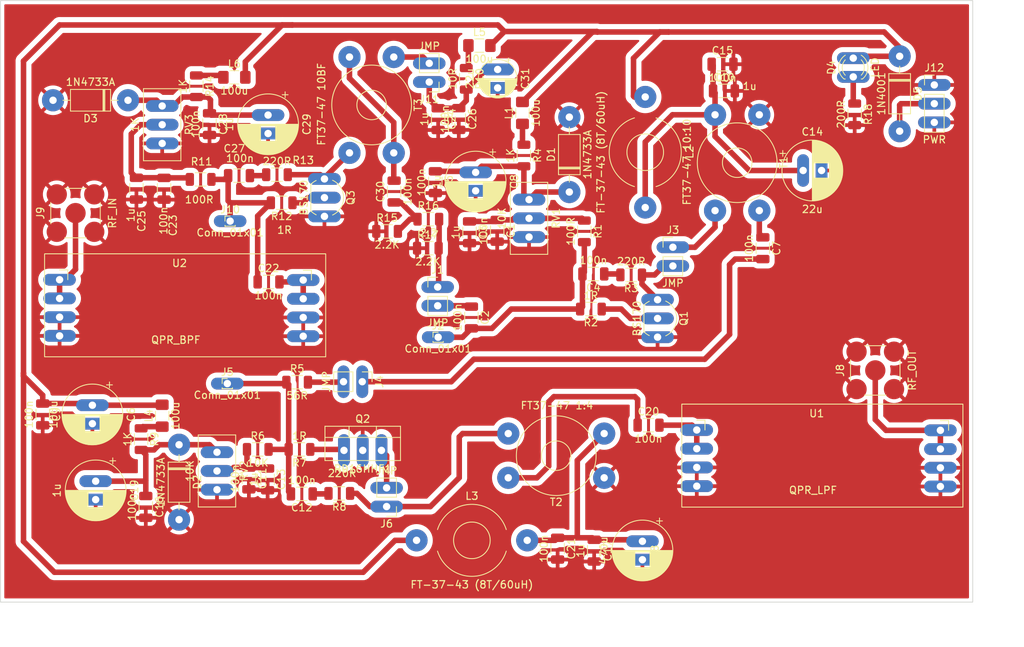
<source format=kicad_pcb>
(kicad_pcb (version 20211014) (generator pcbnew)
  (layers (0 "F.Cu" signal) (31 "B.Cu" signal) (34 "B.Paste" user) (35 "F.Paste" user) (36 "B.SilkS" user "B.Silkscreen") (37 "F.SilkS" user "F.Silkscreen") (38 "B.Mask" user) (39 "F.Mask" user) (44 "Edge.Cuts" user))
  (net 0 "")
  (net 1 "Net-(C1-Pad1)")
  (net 2 "GND")
  (net 3 "Net-(C2-Pad1)")
  (net 4 "Net-(C2-Pad2)")
  (net 5 "Net-(C4-Pad1)")
  (net 6 "TX12V")
  (net 7 "Net-(C5-Pad1)")
  (net 8 "Net-(C7-Pad1)")
  (net 9 "M1_12V")
  (net 10 "Net-(C7-Pad2)")
  (net 11 "Net-(C11-Pad1)")
  (net 12 "M2_12V")
  (net 13 "Net-(C12-Pad1)")
  (net 14 "Net-(C12-Pad2)")
  (net 15 "Net-(C20-Pad1)")
  (net 16 "Net-(C16-Pad1)")
  (net 17 "Net-(C22-Pad1)")
  (net 18 "Net-(C22-Pad2)")
  (net 19 "Net-(C20-Pad2)")
  (net 20 "Net-(C23-Pad1)")
  (net 21 "Q1_12V")
  (net 22 "Net-(C27-Pad1)")
  (net 23 "Net-(C28-Pad1)")
  (net 24 "Net-(C30-Pad1)")
  (net 25 "Net-(C30-Pad2)")
  (net 26 "Net-(D4-Pad1)")
  (net 27 "PA_IN")
  (net 28 "Net-(J3-Pad1)")
  (net 29 "Net-(J3-Pad2)")
  (net 30 "Net-(J4-Pad2)")
  (net 31 "Net-(J6-Pad1)")
  (net 32 "Net-(J6-Pad2)")
  (net 33 "Net-(D5-Pad2)")
  (net 34 "Net-(J8-Pad1)")
  (net 35 "Net-(J9-Pad1)")
  (net 36 "Net-(L5-Pad1)")
  (net 37 "Net-(J11-Pad2)")
  (net 38 "Net-(Q1-Pad2)")
  (net 39 "Net-(Q2-Pad1)")
  (net 40 "Net-(L1-Pad1)")
  (net 41 "Net-(L4-Pad1)")
  (net 42 "Net-(L6-Pad1)")
  (net 43 "Net-(Q3-Pad1)")
  (net 44 "Net-(Q3-Pad2)")
  (footprint "Resistor_SMD:R_1206_3216Metric" (layer "F.Cu") (at 50.3555 27.358849 -90)
    (fp_text reference "R14")
    (fp_text value "1K")
  )
  (footprint "Diode_THT:D_DO-41_SOD81_P10.16mm_Horizontal" (layer "F.Cu") (at 145.669 23.296849 -90)
    (fp_text reference "D5")
    (fp_text value "1N4001")
  )
  (footprint "Resistor_SMD:R_1206_3216Metric" (layer "F.Cu") (at 58.674 76.621)
    (fp_text reference "R6")
    (fp_text value "10K")
  )
  (footprint "Connector_PinHeader_2.54mm:PinHeader_1x02_P2.54mm_Vertical" (layer "F.Cu") (at 76.1365 84.373 180)
    (fp_text reference "J6")
    (fp_text value "JMP")
  )
  (footprint "Inductor_SMD:L_1206_3216Metric_Pad1.42x1.75mm_HandSolder" (layer "F.Cu") (at 88.7095 21.844)
    (fp_text reference "L5")
    (fp_text value "100u")
  )
  (footprint "Capacitor_THT:CP_Radial_D8.0mm_P2.50mm" (layer "F.Cu") (at 88.2015 39.042849 -90)
    (fp_text reference "C8")
    (fp_text value "1u")
  )
  (footprint "Resistor_SMD:R_1206_3216Metric" (layer "F.Cu") (at 81.7245 49.329849)
    (fp_text reference "R17")
    (fp_text value "2.2K")
  )
  (footprint "Resistor_SMD:R_1206_3216Metric" (layer "F.Cu") (at 103.8245 57.584849 180)
    (fp_text reference "R2")
    (fp_text value "1R")
  )
  (footprint "Connector_PinHeader_2.54mm:PinHeader_1x02_P2.54mm_Vertical" (layer "F.Cu") (at 81.915 26.792349 180)
    (fp_text reference "J11")
    (fp_text value "JMP")
  )
  (footprint "Resistor_SMD:R_1206_3216Metric" (layer "F.Cu") (at 94.742 36.756849 -90)
    (fp_text reference "R4")
    (fp_text value "1K")
  )
  (footprint "Connector_Coaxial:SMA_Amphenol_901-144_Vertical" (layer "F.Cu") (at 142.367 65.903349 90)
    (fp_text reference "J8")
    (fp_text value "RF_OUT")
  )
  (footprint "Capacitor_SMD:C_1206_3216Metric" (layer "F.Cu") (at 57.4675 80.558 -90)
    (fp_text reference "C11")
    (fp_text value "100n")
  )
  (footprint "Capacitor_SMD:C_1206_3216Metric" (layer "F.Cu") (at 121.666 24.374349)
    (fp_text reference "C15")
    (fp_text value "100n")
  )
  (footprint "Connector_PinHeader_2.54mm:PinHeader_1x02_P2.54mm_Vertical" (layer "F.Cu") (at 114.935 49.197849)
    (fp_text reference "J3")
    (fp_text value "JMP")
  )
  (footprint "Potentiometer_THT:Potentiometer_Bourns_3296W_Vertical" (layer "F.Cu") (at 45.72 35.115849 -90)
    (fp_text reference "RV3")
    (fp_text value "1K")
  )
  (footprint "Capacitor_SMD:C_1206_3216Metric" (layer "F.Cu") (at 104.267 90.350849 -90)
    (fp_text reference "C17")
    (fp_text value "1u")
  )
  (footprint "Capacitor_THT:CP_Radial_D8.0mm_P2.50mm" (layer "F.Cu") (at 60.071 31.272349 -90)
    (fp_text reference "C29")
    (fp_text value "1u")
  )
  (footprint "Capacitor_THT:CP_Radial_D8.0mm_P2.50mm" (layer "F.Cu") (at 110.8075 89.080849 -90)
    (fp_text reference "C18")
    (fp_text value "470u")
  )
  (footprint "Resistor_SMD:R_1206_3216Metric" (layer "F.Cu") (at 50.927 39.995349)
    (fp_text reference "R11")
    (fp_text value "100R")
  )
  (footprint "Capacitor_THT:CP_Radial_D5.0mm_P2.50mm" (layer "F.Cu") (at 91.186 25.083888 -90)
    (fp_text reference "C31")
    (fp_text value "22u")
  )
  (footprint "Inductor_SMD:L_1206_3216Metric_Pad1.42x1.75mm_HandSolder" (layer "F.Cu") (at 94.5515 30.978349 90)
    (fp_text reference "L1")
    (fp_text value "100u")
  )
  (footprint "Capacitor_SMD:C_1206_3216Metric" (layer "F.Cu") (at 99.314 90.082349 -90)
    (fp_text reference "C21")
    (fp_text value "100n")
  )
  (footprint "Potentiometer_THT:Potentiometer_Bourns_3296W_Vertical" (layer "F.Cu") (at 53.1495 82.082 -90)
    (fp_text reference "RV2")
    (fp_text value "10K")
  )
  (footprint "Connector_Coaxial:SMA_Amphenol_901-144_Vertical" (layer "F.Cu") (at 33.9725 44.567349 90)
    (fp_text reference "J9")
    (fp_text value "RF_IN")
  )
  (footprint "Capacitor_SMD:C_1206_3216Metric" (layer "F.Cu") (at 45.974 41.265349 -90)
    (fp_text reference "C23")
    (fp_text value "100n")
  )
  (footprint "Resistor_SMD:R_1206_3216Metric" (layer "F.Cu") (at 61.2775 39.360349 180)
    (fp_text reference "R13")
    (fp_text value "220R")
  )
  (footprint "Capacitor_SMD:C_1206_3216Metric" (layer "F.Cu") (at 52.1335 32.502349 -90)
    (fp_text reference "C28")
    (fp_text value "100n")
  )
  (footprint "Capacitor_SMD:C_1206_3216Metric" (layer "F.Cu") (at 85.9155 31.803849 -90)
    (fp_text reference "C26")
    (fp_text value "100n")
  )
  (footprint "Capacitor_SMD:C_1206_3216Metric" (layer "F.Cu") (at 87.376 47.170849 -90)
    (fp_text reference "C3")
    (fp_text value "1u")
  )
  (footprint "Capacitor_SMD:C_1206_3216Metric" (layer "F.Cu") (at 83.1215 31.818349 -90)
    (fp_text reference "C24")
    (fp_text value "1u")
  )
  (footprint "Custom_RF:TO-220-3" (layer "F.Cu") (at 70.358 76.754349)
    (fp_text reference "Q2")
    (fp_text value "RD16HHF1")
  )
  (footprint "Custom_RF:QRPLabs_Filter_TH" (layer "F.Cu") (at 41.9735 58.981849)
    (fp_text reference "U2")
    (fp_text value "QPR_BPF")
  )
  (footprint "Connector_PinHeader_1.00mm:PinHeader_1x01_P1.00mm_Vertical" (layer "F.Cu") (at 83.1215 61.4045)
    (fp_text reference "J2")
    (fp_text value "Conn_01x01")
  )
  (footprint "Connector_PinHeader_1.00mm:PinHeader_1x01_P1.00mm_Vertical" (layer "F.Cu") (at 54.5465 67.691)
    (fp_text reference "J5")
    (fp_text value "Conn_01x01")
  )
  (footprint "Potentiometer_THT:Potentiometer_Bourns_3296W_Vertical" (layer "F.Cu") (at 95.4405 47.815849 -90)
    (fp_text reference "RV1")
    (fp_text value "10K")
  )
  (footprint "Transformer_THT:Transformer_Toroid_Horizontal_D10.5mm_Amidon-T37" (layer "F.Cu") (at 105.6235 74.47 180)
    (fp_text reference "T2")
    (fp_text value "FT37-47 1:4")
  )
  (footprint "Inductor_SMD:L_1206_3216Metric_Pad1.42x1.75mm_HandSolder" (layer "F.Cu") (at 45.72 72.049 90)
    (fp_text reference "L4")
    (fp_text value "100u")
  )
  (footprint "LED_THT:LED_D3.0mm" (layer "F.Cu") (at 139.3825 26.090849 90)
    (fp_text reference "D4")
    (fp_text value "LED")
  )
  (footprint "Capacitor_SMD:C_1206_3216Metric" (layer "F.Cu") (at 87.63 58.727849 -90)
    (fp_text reference "C2")
    (fp_text value "100n")
  )
  (footprint "Capacitor_SMD:C_1206_3216Metric" (layer "F.Cu") (at 82.7405 40.376349 -90)
    (fp_text reference "C5")
    (fp_text value "100n")
  )
  (footprint "Resistor_SMD:R_1206_3216Metric" (layer "F.Cu") (at 139.573 31.170849 -90)
    (fp_text reference "R18")
    (fp_text value "200R")
  )
  (footprint "Package_TO_SOT_THT:TO-92_Inline_Wide" (layer "F.Cu") (at 67.712 39.931849 -90)
    (fp_text reference "Q3")
    (fp_text value "BS170")
  )
  (footprint "Capacitor_SMD:C_1206_3216Metric" (layer "F.Cu") (at 91.1225 46.965849 -90)
    (fp_text reference "C1")
    (fp_text value "100n")
  )
  (footprint "Connector_PinHeader_1.00mm:PinHeader_1x01_P1.00mm_Vertical" (layer "F.Cu") (at 54.9275 45.6565)
    (fp_text reference "J10")
    (fp_text value "Conn_01x01")
  )
  (footprint "Resistor_SMD:R_1206_3216Metric" (layer "F.Cu") (at 42.8625 75.224 -90)
    (fp_text reference "R9")
    (fp_text value "1K")
  )
  (footprint "Capacitor_THT:CP_Radial_D8.0mm_P2.50mm" (layer "F.Cu") (at 36.703 80.929349 -90)
    (fp_text reference "C19")
    (fp_text value "1u")
  )
  (footprint "Custom_RF:QRPLabs_Filter_TH" (layer "F.Cu") (at 128.3335 79.365349)
    (fp_text reference "U1")
    (fp_text value "QPR_LPF")
  )
  (footprint "Resistor_SMD:R_1206_3216Metric" (layer "F.Cu") (at 76.2 47.043849)
    (fp_text reference "R15")
    (fp_text value "2.2K")
  )
  (footprint "Capacitor_SMD:C_1206_3216Metric" (layer "F.Cu") (at 111.633 73.332849)
    (fp_text reference "C20")
    (fp_text value "100n")
  )
  (footprint "Capacitor_SMD:C_1206_3216Metric" (layer "F.Cu") (at 127.127 49.329849 -90)
    (fp_text reference "C7")
    (fp_text value "100n")
  )
  (footprint "Capacitor_SMD:C_1206_3216Metric" (layer "F.Cu") (at 42.2275 41.250849 -90)
    (fp_text reference "C25")
    (fp_text value "1u")
  )
  (footprint "Capacitor_SMD:C_1206_3216Metric" (layer "F.Cu") (at 121.8565 27.993849)
    (fp_text reference "C10")
    (fp_text value "1u")
  )
  (footprint "Diode_THT:D_DO-41_SOD81_P10.16mm_Horizontal" (layer "F.Cu") (at 48.006 75.986 -90)
    (fp_text reference "D2")
    (fp_text value "1N4733A")
  )
  (footprint "Resistor_SMD:R_1206_3216Metric" (layer "F.Cu") (at 64.01 67.5005)
    (fp_text reference "R5")
    (fp_text value "56R")
  )
  (footprint "Capacitor_SMD:C_1206_3216Metric" (layer "F.Cu") (at 77.1525 41.646349 90)
    (fp_text reference "C30")
    (fp_text value "100n")
  )
  (footprint "Resistor_SMD:R_1206_3216Metric" (layer "F.Cu") (at 64.3235 76.621 180)
    (fp_text reference "R7")
    (fp_text value "1R")
  )
  (footprint "Inductor_SMD:L_1206_3216Metric_Pad1.42x1.75mm_HandSolder" (layer "F.Cu") (at 55.499 26.152349)
    (fp_text reference "L6")
    (fp_text value "100u")
  )
  (footprint "Capacitor_SMD:C_1206_3216Metric" (layer "F.Cu") (at 56.134 39.487349 180)
    (fp_text reference "C27")
    (fp_text value "100n")
  )
  (footprint "Resistor_SMD:R_1206_3216Metric" (layer "F.Cu") (at 109.2835 52.949349 180)
    (fp_text reference "R3")
    (fp_text value "220R")
  )
  (footprint "Transformer_THT:Transformer_Toroid_Horizontal_D10.5mm_Amidon-T37" (layer "F.Cu") (at 120.65 31.232349 -90)
    (fp_text reference "T1")
    (fp_text value "FT37-47 10:10")
  )
  (footprint "Package_TO_SOT_THT:TO-92_Inline_Wide" (layer "F.Cu") (at 112.8605 56.314849 -90)
    (fp_text reference "Q1")
    (fp_text value "BS170")
  )
  (footprint "Resistor_SMD:R_1206_3216Metric" (layer "F.Cu") (at 61.9125 43.170349 180)
    (fp_text reference "R12")
    (fp_text value "1R")
  )
  (footprint "Transformer_THT:Transformer_Toroid_Horizontal_D10.5mm_Amidon-T37" (layer "F.Cu") (at 71.1045 23.398849 -90)
    (fp_text reference "T3")
    (fp_text value "FT37-47 10BF")
  )
  (footprint "Capacitor_SMD:C_1206_3216Metric" (layer "F.Cu") (at 60.1345 53.901849)
    (fp_text reference "C22")
    (fp_text value "100n")
  )
  (footprint "Capacitor_SMD:C_1206_3216Metric" (layer "F.Cu") (at 29.5275 71.872349 -90)
    (fp_text reference "C9")
    (fp_text value "100n")
  )
  (footprint "Capacitor_SMD:C_1206_3216Metric" (layer "F.Cu") (at 43.4975 84.417 -90)
    (fp_text reference "C16")
    (fp_text value "100n")
  )
  (footprint "Capacitor_SMD:C_1206_3216Metric" (layer "F.Cu") (at 60.0075 80.685 -90)
    (fp_text reference "C13")
    (fp_text value "1u")
  )
  (footprint "Connector_PinHeader_2.54mm:PinHeader_1x03_P2.54mm_Vertical" (layer "F.Cu") (at 150.368 27.185349)
    (fp_text reference "J12")
    (fp_text value "PWR")
  )
  (footprint "Resistor_SMD:R_1206_3216Metric" (layer "F.Cu") (at 69.723 82.59 180)
    (fp_text reference "R8")
    (fp_text value "220R")
  )
  (footprint "Capacitor_SMD:C_1206_3216Metric" (layer "F.Cu") (at 104.1545 52.822349 180)
    (fp_text reference "C4")
    (fp_text value "100n")
  )
  (footprint "Diode_THT:D_DO-41_SOD81_P10.16mm_Horizontal" (layer "F.Cu") (at 41.0845 29.263849 180)
    (fp_text reference "D3")
    (fp_text value "1N4733A")
  )
  (footprint "Connector_PinHeader_2.54mm:PinHeader_1x02_P2.54mm_Vertical" (layer "F.Cu") (at 83.058 54.595349)
    (fp_text reference "J1")
    (fp_text value "JMP")
  )
  (footprint "Resistor_SMD:R_1206_3216Metric" (layer "F.Cu") (at 86.9315 26.3525 -90)
    (fp_text reference "R10")
    (fp_text value "10R")
  )
  (footprint "Resistor_SMD:R_1206_3216Metric" (layer "F.Cu") (at 81.79 45.392849)
    (fp_text reference "R16")
    (fp_text value "2.2")
  )
  (footprint "Diode_THT:D_DO-41_SOD81_P10.16mm_Horizontal" (layer "F.Cu") (at 100.9015 41.709849 90)
    (fp_text reference "D1")
    (fp_text value "1N4733A")
  )
  (footprint "Resistor_SMD:R_1206_3216Metric" (layer "F.Cu") (at 102.9335 47.043849 -90)
    (fp_text reference "R1")
    (fp_text value "100R")
  )
  (footprint "Capacitor_THT:CP_Radial_D8.0mm_P2.50mm" (layer "F.Cu") (at 36.2585 70.6285 -90)
    (fp_text reference "C6")
    (fp_text value "100u")
  )
  (footprint "Inductor_THT:L_Toroid_Horizontal_D9.5mm_P15.00mm_Diameter10-5mm_Amidon-T37" (layer "F.Cu") (at 111.1885 28.812349 -90)
    (fp_text reference "L2")
    (fp_text value "FT-37-43 (8T/60uH)")
  )
  (footprint "Connector_PinHeader_2.54mm:PinHeader_1x02_P2.54mm_Vertical" (layer "F.Cu") (at 72.8345 67.437 -90)
    (fp_text reference "J4")
    (fp_text value "JMP")
  )
  (footprint "Capacitor_SMD:C_1206_3216Metric" (layer "F.Cu") (at 64.643 82.6535 180)
    (fp_text reference "C12")
    (fp_text value "100n")
  )
  (footprint "Inductor_THT:L_Toroid_Horizontal_D9.5mm_P15.00mm_Diameter10-5mm_Amidon-T37" (layer "F.Cu") (at 80.1935 88.953849)
    (fp_text reference "L3")
    (fp_text value "FT-37-43 (8T/60uH)")
  )
  (footprint "Capacitor_THT:CP_Radial_D8.0mm_P2.50mm" (layer "F.Cu") (at 132.588 38.788849)
    (fp_text reference "C14")
    (fp_text value "22u")
  )
  (gr_rect (start 155.575 97.335849) (end 23.8125 15.738349) (layer "Edge.Cuts") (width 0.1) (fill none))
  (segment (start 90.9175 45.695849) (end 91.1225 45.490849) (width 0.75) (layer "F.Cu") (net 1))
  (segment (start 102.628 45.275849) (end 102.9335 45.581349) (width 0.75) (layer "F.Cu") (net 1))
  (segment (start 91.1225 45.490849) (end 93.193151 45.490849) (width 0.75) (layer "F.Cu") (net 1))
  (segment (start 95.4405 45.275849) (end 102.628 45.275849) (width 0.75) (layer "F.Cu") (net 1))
  (segment (start 87.376 45.695849) (end 90.9175 45.695849) (width 0.75) (layer "F.Cu") (net 1))
  (segment (start 93.193151 45.490849) (end 93.408151 45.275849) (width 0.75) (layer "F.Cu") (net 1))
  (segment (start 93.408151 45.275849) (end 95.4405 45.275849) (width 0.75) (layer "F.Cu") (net 1))
  (segment (start 83.058 57.135349) (end 87.5125 57.135349) (width 0.75) (layer "F.Cu") (net 3))
  (segment (start 87.5125 57.135349) (end 87.63 57.252849) (width 0.75) (layer "F.Cu") (net 3))
  (segment (start 93.037151 57.584849) (end 102.362 57.584849) (width 0.75) (layer "F.Cu") (net 4))
  (segment (start 102.9335 48.506349) (end 102.9335 52.568349) (width 0.75) (layer "F.Cu") (net 4))
  (segment (start 83.1215 61.4045) (end 86.428349 61.4045) (width 0.75) (layer "F.Cu") (net 4))
  (segment (start 102.6795 57.267349) (end 102.362 57.584849) (width 0.75) (layer "F.Cu") (net 4))
  (segment (start 86.428349 61.4045) (end 87.63 60.202849) (width 0.75) (layer "F.Cu") (net 4))
  (segment (start 102.6795 52.822349) (end 102.6795 57.267349) (width 0.75) (layer "F.Cu") (net 4))
  (segment (start 90.419151 60.202849) (end 93.037151 57.584849) (width 0.75) (layer "F.Cu") (net 4))
  (segment (start 87.63 60.202849) (end 90.419151 60.202849) (width 0.75) (layer "F.Cu") (net 4))
  (segment (start 102.9335 52.568349) (end 102.6795 52.822349) (width 0.75) (layer "F.Cu") (net 4))
  (segment (start 107.694 52.822349) (end 107.821 52.949349) (width 0.75) (layer "F.Cu") (net 5))
  (segment (start 105.6295 52.822349) (end 107.694 52.822349) (width 0.75) (layer "F.Cu") (net 5))
  (segment (start 94.5515 29.490849) (end 104.039849 20.0025) (width 0.75) (layer "F.Cu") (net 6))
  (segment (start 56.9865 26.152349) (end 56.9865 24.0395) (width 0.75) (layer "F.Cu") (net 6))
  (segment (start 26.924 89.0905) (end 26.924 66.294) (width 0.75) (layer "F.Cu") (net 6))
  (segment (start 80.1935 88.953849) (end 77.289151 88.953849) (width 0.75) (layer "F.Cu") (net 6))
  (segment (start 104.039849 20.0025) (end 104.7115 20.0025) (width 0.75) (layer "F.Cu") (net 6))
  (segment (start 90.197 21.844) (end 92.102 19.939) (width 0.75) (layer "F.Cu") (net 6))
  (segment (start 104.7115 20.0025) (end 114.3635 20.0025) (width 0.75) (layer "F.Cu") (net 6))
  (segment (start 114.3635 20.0025) (end 113.157 20.0025) (width 0.75) (layer "F.Cu") (net 6))
  (segment (start 29.5275 70.397349) (end 36.027349 70.397349) (width 0.75) (layer "F.Cu") (net 6))
  (segment (start 31.8135 19.05) (end 63.373 19.05) (width 0.75) (layer "F.Cu") (net 6))
  (segment (start 145.669 22.098) (end 143.5735 20.0025) (width 0.75) (layer "F.Cu") (net 6))
  (segment (start 109.711349 28.812349) (end 111.1885 28.812349) (width 0.75) (layer "F.Cu") (net 6))
  (segment (start 36.027349 70.397349) (end 36.2585 70.6285) (width 0.75) (layer "F.Cu") (net 6))
  (segment (start 143.5735 20.0025) (end 114.3635 20.0025) (width 0.75) (layer "F.Cu") (net 6))
  (segment (start 36.2585 70.6285) (end 45.653 70.6285) (width 0.75) (layer "F.Cu") (net 6))
  (segment (start 26.924 23.9395) (end 31.8135 19.05) (width 0.75) (layer "F.Cu") (net 6))
  (segment (start 45.653 70.6285) (end 45.72 70.5615) (width 0.75) (layer "F.Cu") (net 6))
  (segment (start 77.289151 88.953849) (end 72.9615 93.2815) (width 0.75) (layer "F.Cu") (net 6))
  (segment (start 109.601 23.5585) (end 109.601 28.702) (width 0.75) (layer "F.Cu") (net 6))
  (segment (start 29.5275 69.2785) (end 26.924 66.675) (width 0.75) (layer "F.Cu") (net 6))
  (segment (start 92.102 19.939) (end 104.648 19.939) (width 0.75) (layer "F.Cu") (net 6))
  (segment (start 31.115 93.2815) (end 26.924 89.0905) (width 0.75) (layer "F.Cu") (net 6))
  (segment (start 109.601 28.702) (end 109.711349 28.812349) (width 0.75) (layer "F.Cu") (net 6))
  (segment (start 72.9615 93.2815) (end 31.115 93.2815) (width 0.75) (layer "F.Cu") (net 6))
  (segment (start 26.924 66.294) (end 26.924 23.9395) (width 0.75) (layer "F.Cu") (net 6))
  (segment (start 91.213 19.05) (end 92.102 19.939) (width 0.75) (layer "F.Cu") (net 6))
  (segment (start 113.157 20.0025) (end 109.601 23.5585) (width 0.75) (layer "F.Cu") (net 6))
  (segment (start 63.373 19.05) (end 91.213 19.05) (width 0.75) (layer "F.Cu") (net 6))
  (segment (start 61.976 19.05) (end 63.373 19.05) (width 0.75) (layer "F.Cu") (net 6))
  (segment (start 139.6365 23.296849) (end 139.3825 23.550849) (width 0.75) (layer "F.Cu") (net 6))
  (segment (start 29.5275 70.397349) (end 29.5275 69.2785) (width 0.75) (layer "F.Cu") (net 6))
  (segment (start 56.9865 24.0395) (end 61.976 19.05) (width 0.75) (layer "F.Cu") (net 6))
  (segment (start 145.669 23.296849) (end 139.6365 23.296849) (width 0.75) (layer "F.Cu") (net 6))
  (segment (start 145.669 23.296849) (end 145.669 22.098) (width 0.75) (layer "F.Cu") (net 6))
  (segment (start 26.924 66.675) (end 26.924 66.294) (width 0.75) (layer "F.Cu") (net 6))
  (segment (start 104.648 19.939) (end 104.7115 20.0025) (width 0.75) (layer "F.Cu") (net 6))
  (segment (start 94.742 38.219349) (end 89.025 38.219349) (width 0.75) (layer "F.Cu") (net 7))
  (segment (start 94.742 42.037349) (end 95.4405 42.735849) (width 0.75) (layer "F.Cu") (net 7))
  (segment (start 95.4405 42.735849) (end 96.4565 41.719849) (width 0.75) (layer "F.Cu") (net 7))
  (segment (start 88.06 38.901349) (end 88.2015 39.042849) (width 0.75) (layer "F.Cu") (net 7))
  (segment (start 94.742 38.219349) (end 94.742 42.037349) (width 0.75) (layer "F.Cu") (net 7))
  (segment (start 96.4565 41.7195) (end 96.466151 41.709849) (width 0.75) (layer "F.Cu") (net 7))
  (segment (start 82.7405 38.901349) (end 88.06 38.901349) (width 0.75) (layer "F.Cu") (net 7))
  (segment (start 96.466151 41.709849) (end 100.9015 41.709849) (width 0.75) (layer "F.Cu") (net 7))
  (segment (start 89.025 38.219349) (end 88.2015 39.042849) (width 0.75) (layer "F.Cu") (net 7))
  (segment (start 96.4565 41.719849) (end 96.4565 41.7195) (width 0.75) (layer "F.Cu") (net 7))
  (segment (start 126.65 47.377849) (end 127.127 47.854849) (width 0.75) (layer "F.Cu") (net 8))
  (segment (start 126.65 44.232349) (end 126.65 47.377849) (width 0.75) (layer "F.Cu") (net 8))
  (segment (start 114.881151 31.232349) (end 120.65 31.232349) (width 0.75) (layer "F.Cu") (net 9))
  (segment (start 120.65 28.262349) (end 120.3815 27.993849) (width 0.75) (layer "F.Cu") (net 9))
  (segment (start 120.65 34.163) (end 120.65 31.232349) (width 0.75) (layer "F.Cu") (net 9))
  (segment (start 132.588 38.788849) (end 125.275849 38.788849) (width 0.75) (layer "F.Cu") (net 9))
  (segment (start 125.275849 38.788849) (end 120.65 34.163) (width 0.75) (layer "F.Cu") (net 9))
  (segment (start 120.3815 27.993849) (end 120.3815 24.564849) (width 0.75) (layer "F.Cu") (net 9))
  (segment (start 120.65 31.232349) (end 120.65 28.262349) (width 0.75) (layer "F.Cu") (net 9))
  (segment (start 111.1885 34.925) (end 114.881151 31.232349) (width 0.75) (layer "F.Cu") (net 9))
  (segment (start 120.3815 24.564849) (end 120.191 24.374349) (width 0.75) (layer "F.Cu") (net 9))
  (segment (start 111.1885 43.812349) (end 111.1885 34.925) (width 0.75) (layer "F.Cu") (net 9))
  (segment (start 122.6185 61.0235) (end 122.6185 51.562) (width 0.75) (layer "F.Cu") (net 10))
  (segment (start 122.6185 51.562) (end 123.375651 50.804849) (width 0.75) (layer "F.Cu") (net 10))
  (segment (start 123.375651 50.804849) (end 127.127 50.804849) (width 0.75) (layer "F.Cu") (net 10))
  (segment (start 119.253 64.389) (end 122.6185 61.0235) (width 0.75) (layer "F.Cu") (net 10))
  (segment (start 84.8995 67.437) (end 87.9475 64.389) (width 0.75) (layer "F.Cu") (net 10))
  (segment (start 72.8345 67.437) (end 84.8995 67.437) (width 0.75) (layer "F.Cu") (net 10))
  (segment (start 87.9475 64.389) (end 119.253 64.389) (width 0.75) (layer "F.Cu") (net 10))
  (segment (start 55.4355 79.0575) (end 57.442 79.0575) (width 0.75) (layer "F.Cu") (net 11))
  (segment (start 57.442 79.0575) (end 57.4675 79.083) (width 0.75) (layer "F.Cu") (net 11))
  (segment (start 54.951 79.542) (end 55.4355 79.0575) (width 0.75) (layer "F.Cu") (net 11))
  (segment (start 53.1495 79.542) (end 54.951 79.542) (width 0.75) (layer "F.Cu") (net 11))
  (segment (start 59.8805 79.083) (end 60.0075 79.21) (width 0.75) (layer "F.Cu") (net 11))
  (segment (start 57.4675 79.083) (end 59.8805 79.083) (width 0.75) (layer "F.Cu") (net 11))
  (segment (start 57.2115 76.621) (end 57.2115 78.827) (width 0.75) (layer "F.Cu") (net 11))
  (segment (start 57.2115 78.827) (end 57.4675 79.083) (width 0.75) (layer "F.Cu") (net 11))
  (segment (start 110.6025 88.875849) (end 110.8075 89.080849) (width 0.75) (layer "F.Cu") (net 12))
  (segment (start 95.1935 88.953849) (end 98.9675 88.953849) (width 0.75) (layer "F.Cu") (net 12))
  (segment (start 98.9675 88.953849) (end 99.314 88.607349) (width 0.75) (layer "F.Cu") (net 12))
  (segment (start 104.267 88.875849) (end 110.6025 88.875849) (width 0.75) (layer "F.Cu") (net 12))
  (segment (start 101.981 88.519) (end 101.892651 88.607349) (width 0.75) (layer "F.Cu") (net 12))
  (segment (start 99.314 88.607349) (end 101.892651 88.607349) (width 0.75) (layer "F.Cu") (net 12))
  (segment (start 105.6235 74.47) (end 101.981 78.1125) (width 0.75) (layer "F.Cu") (net 12))
  (segment (start 101.892651 88.607349) (end 103.9985 88.607349) (width 0.75) (layer "F.Cu") (net 12))
  (segment (start 103.9985 88.607349) (end 104.267 88.875849) (width 0.75) (layer "F.Cu") (net 12))
  (segment (start 101.981 78.1125) (end 101.981 88.519) (width 0.75) (layer "F.Cu") (net 12))
  (segment (start 68.197 82.6535) (end 68.2605 82.59) (width 0.75) (layer "F.Cu") (net 13))
  (segment (start 66.118 82.6535) (end 68.197 82.6535) (width 0.75) (layer "F.Cu") (net 13))
  (segment (start 62.357 67.691) (end 62.5475 67.5005) (width 0.75) (layer "F.Cu") (net 14))
  (segment (start 62.861 76.621) (end 62.861 82.3465) (width 0.75) (layer "F.Cu") (net 14))
  (segment (start 54.5465 67.691) (end 62.357 67.691) (width 0.75) (layer "F.Cu") (net 14))
  (segment (start 62.861 67.814) (end 62.861 76.621) (width 0.75) (layer "F.Cu") (net 14))
  (segment (start 62.861 82.3465) (end 63.168 82.6535) (width 0.75) (layer "F.Cu") (net 14))
  (segment (start 62.5475 67.5005) (end 62.861 67.814) (width 0.75) (layer "F.Cu") (net 14))
  (segment (start 60.1365 76.621) (end 62.861 76.621) (width 0.75) (layer "F.Cu") (net 14))
  (segment (start 98.806 69.469) (end 109.7915 69.469) (width 0.75) (layer "F.Cu") (net 15))
  (segment (start 98.1075 70.1675) (end 98.806 69.469) (width 0.75) (layer "F.Cu") (net 15))
  (segment (start 110.158 69.8355) (end 110.158 73.332849) (width 0.75) (layer "F.Cu") (net 15))
  (segment (start 96.5045 80.47) (end 98.1075 78.867) (width 0.75) (layer "F.Cu") (net 15))
  (segment (start 98.1075 78.867) (end 98.1075 70.1675) (width 0.75) (layer "F.Cu") (net 15))
  (segment (start 92.6235 80.47) (end 96.5045 80.47) (width 0.75) (layer "F.Cu") (net 15))
  (segment (start 109.7915 69.469) (end 110.158 69.8355) (width 0.75) (layer "F.Cu") (net 15))
  (segment (start 43.4975 82.942) (end 43.4975 80.8355) (width 0.75) (layer "F.Cu") (net 16))
  (segment (start 43.403651 80.929349) (end 43.4975 80.8355) (width 0.75) (layer "F.Cu") (net 16))
  (segment (start 43.4975 80.8355) (end 43.4975 77.3215) (width 0.75) (layer "F.Cu") (net 16))
  (segment (start 52.1335 75.986) (end 53.1495 77.002) (width 0.75) (layer "F.Cu") (net 16))
  (segment (start 42.8625 76.6865) (end 44.5985 76.6865) (width 0.75) (layer "F.Cu") (net 16))
  (segment (start 43.4975 77.3215) (end 42.8625 76.6865) (width 0.75) (layer "F.Cu") (net 16))
  (segment (start 44.5985 76.6865) (end 45.299 75.986) (width 0.75) (layer "F.Cu") (net 16))
  (segment (start 45.299 75.986) (end 48.006 75.986) (width 0.75) (layer "F.Cu") (net 16))
  (segment (start 36.703 80.929349) (end 43.403651 80.929349) (width 0.75) (layer "F.Cu") (net 16))
  (segment (start 48.006 75.986) (end 52.1335 75.986) (width 0.75) (layer "F.Cu") (net 16))
  (segment (start 58.6595 44.960849) (end 60.45 43.170349) (width 0.75) (layer "F.Cu") (net 17))
  (segment (start 54.9275 43.170349) (end 54.659 42.901849) (width 0.75) (layer "F.Cu") (net 17))
  (segment (start 60.45 43.170349) (end 54.9275 43.170349) (width 0.75) (layer "F.Cu") (net 17))
  (segment (start 54.151 39.995349) (end 54.659 39.487349) (width 0.75) (layer "F.Cu") (net 17))
  (segment (start 52.3895 39.995349) (end 54.151 39.995349) (width 0.75) (layer "F.Cu") (net 17))
  (segment (start 54.659 39.487349) (end 54.659 42.901849) (width 0.75) (layer "F.Cu") (net 17))
  (segment (start 54.9275 43.170349) (end 54.9275 45.72) (width 0.75) (layer "F.Cu") (net 17))
  (segment (start 58.6595 53.901849) (end 58.6595 44.960849) (width 0.75) (layer "F.Cu") (net 17))
  (segment (start 64.8335 53.647849) (end 64.8335 56.187849) (width 0.75) (layer "F.Cu") (net 18))
  (segment (start 61.6095 53.901849) (end 64.5795 53.901849) (width 0.75) (layer "F.Cu") (net 18))
  (segment (start 64.5795 53.901849) (end 64.8335 53.647849) (width 0.75) (layer "F.Cu") (net 18))
  (segment (start 118.1735 73.985349) (end 118.1735 76.525349) (width 0.75) (layer "F.Cu") (net 19))
  (segment (start 113.108 73.332849) (end 117.521 73.332849) (width 0.75) (layer "F.Cu") (net 19))
  (segment (start 117.521 73.332849) (end 118.1735 73.985349) (width 0.75) (layer "F.Cu") (net 19))
  (segment (start 41.529 33.8455) (end 41.529 39.077349) (width 0.75) (layer "F.Cu") (net 20))
  (segment (start 42.798651 32.575849) (end 41.529 33.8455) (width 0.75) (layer "F.Cu") (net 20))
  (segment (start 45.72 32.575849) (end 42.798651 32.575849) (width 0.75) (layer "F.Cu") (net 20))
  (segment (start 42.2275 39.775849) (end 45.9595 39.775849) (width 0.75) (layer "F.Cu") (net 20))
  (segment (start 45.974 39.790349) (end 49.2595 39.790349) (width 0.75) (layer "F.Cu") (net 20))
  (segment (start 49.2595 39.790349) (end 49.4645 39.995349) (width 0.75) (layer "F.Cu") (net 20))
  (segment (start 41.529 39.077349) (end 42.2275 39.775849) (width 0.75) (layer "F.Cu") (net 20))
  (segment (start 45.9595 39.775849) (end 45.974 39.790349) (width 0.75) (layer "F.Cu") (net 20))
  (segment (start 86.9315 27.815) (end 86.9315 27.786738) (width 0.75) (layer "F.Cu") (net 21))
  (segment (start 81.915 26.792349) (end 81.915 29.136849) (width 0.75) (layer "F.Cu") (net 21))
  (segment (start 86.9315 29.312849) (end 85.9155 30.328849) (width 0.75) (layer "F.Cu") (net 21))
  (segment (start 85.901 30.343349) (end 85.9155 30.328849) (width 0.75) (layer "F.Cu") (net 21))
  (segment (start 81.915 29.136849) (end 83.1215 30.343349) (width 0.75) (layer "F.Cu") (net 21))
  (segment (start 86.9315 27.815) (end 86.9315 29.312849) (width 0.75) (layer "F.Cu") (net 21))
  (segment (start 89.63435 25.083888) (end 91.186 25.083888) (width 0.75) (layer "F.Cu") (net 21))
  (segment (start 83.1215 30.343349) (end 85.901 30.343349) (width 0.75) (layer "F.Cu") (net 21))
  (segment (start 86.9315 27.786738) (end 89.63435 25.083888) (width 0.75) (layer "F.Cu") (net 21))
  (segment (start 57.609 39.487349) (end 59.688 39.487349) (width 0.75) (layer "F.Cu") (net 22))
  (segment (start 59.688 39.487349) (end 59.815 39.360349) (width 0.75) (layer "F.Cu") (net 22))
  (segment (start 52.2605 30.900349) (end 52.1335 31.027349) (width 0.75) (layer "F.Cu") (net 23))
  (segment (start 50.3555 28.821349) (end 51.871849 28.821349) (width 0.75) (layer "F.Cu") (net 23))
  (segment (start 47.243651 30.035849) (end 48.458151 28.821349) (width 0.75) (layer "F.Cu") (net 23))
  (segment (start 52.3785 31.272349) (end 60.071 31.272349) (width 0.75) (layer "F.Cu") (net 23))
  (segment (start 51.871849 28.821349) (end 52.2605 29.21) (width 0.75) (layer "F.Cu") (net 23))
  (segment (start 41.0845 29.263849) (end 44.948 29.263849) (width 0.75) (layer "F.Cu") (net 23))
  (segment (start 44.948 29.263849) (end 45.72 30.035849) (width 0.75) (layer "F.Cu") (net 23))
  (segment (start 45.72 30.035849) (end 47.243651 30.035849) (width 0.75) (layer "F.Cu") (net 23))
  (segment (start 48.458151 28.821349) (end 50.3555 28.821349) (width 0.75) (layer "F.Cu") (net 23))
  (segment (start 52.1335 31.027349) (end 52.3785 31.272349) (width 0.75) (layer "F.Cu") (net 23))
  (segment (start 52.2605 29.21) (end 52.2605 30.900349) (width 0.75) (layer "F.Cu") (net 23))
  (segment (start 79.3135 45.392849) (end 77.6625 47.043849) (width 0.75) (layer "F.Cu") (net 24))
  (segment (start 77.1525 43.121349) (end 78.056 43.121349) (width 0.75) (layer "F.Cu") (net 24))
  (segment (start 78.056 43.121349) (end 80.3275 45.392849) (width 0.75) (layer "F.Cu") (net 24))
  (segment (start 80.3275 45.392849) (end 79.3135 45.392849) (width 0.75) (layer "F.Cu") (net 24))
  (segment (start 77.1045 36.398849) (end 77.1045 40.123349) (width 0.75) (layer "F.Cu") (net 25))
  (segment (start 77.1045 40.123349) (end 77.1525 40.171349) (width 0.75) (layer "F.Cu") (net 25))
  (segment (start 71.1045 23.398849) (end 71.1045 26.2735) (width 0.75) (layer "F.Cu") (net 25))
  (segment (start 77.1045 32.2735) (end 77.1045 36.398849) (width 0.75) (layer "F.Cu") (net 25))
  (segment (start 71.1045 26.2735) (end 77.1045 32.2735) (width 0.75) (layer "F.Cu") (net 25))
  (segment (start 139.3825 26.090849) (end 139.3825 29.517849) (width 0.75) (layer "F.Cu") (net 26))
  (segment (start 139.3825 29.517849) (end 139.573 29.708349) (width 0.75) (layer "F.Cu") (net 26))
  (segment (start 83.2525 45.392849) (end 83.2525 49.264349) (width 0.75) (layer "F.Cu") (net 27))
  (segment (start 83.2525 49.264349) (end 83.187 49.329849) (width 0.75) (layer "F.Cu") (net 27))
  (segment (start 83.187 49.329849) (end 83.187 54.466349) (width 0.75) (layer "F.Cu") (net 27))
  (segment (start 83.187 54.466349) (end 83.058 54.595349) (width 0.75) (layer "F.Cu") (net 27))
  (segment (start 114.935 49.197849) (end 117.934151 49.197849) (width 0.75) (layer "F.Cu") (net 28))
  (segment (start 117.934151 49.197849) (end 120.65 46.482) (width 0.75) (layer "F.Cu") (net 28))
  (segment (start 120.65 46.482) (end 120.65 44.232349) (width 0.75) (layer "F.Cu") (net 28))
  (segment (start 110.746 54.200349) (end 112.8605 56.314849) (width 0.75) (layer "F.Cu") (net 29))
  (segment (start 112.468151 52.949349) (end 113.679651 51.737849) (width 0.75) (layer "F.Cu") (net 29))
  (segment (start 110.746 52.949349) (end 110.746 54.200349) (width 0.75) (layer "F.Cu") (net 29))
  (segment (start 113.679651 51.737849) (end 114.935 51.737849) (width 0.75) (layer "F.Cu") (net 29))
  (segment (start 110.746 52.949349) (end 112.468151 52.949349) (width 0.75) (layer "F.Cu") (net 29))
  (segment (start 70.231 67.5005) (end 70.2945 67.437) (width 0.75) (layer "F.Cu") (net 30))
  (segment (start 65.4725 67.5005) (end 70.231 67.5005) (width 0.75) (layer "F.Cu") (net 30))
  (segment (start 85.979 80.4545) (end 85.979 74.93) (width 0.75) (layer "F.Cu") (net 31))
  (segment (start 82.0605 84.373) (end 85.979 80.4545) (width 0.75) (layer "F.Cu") (net 31))
  (segment (start 71.1855 82.59) (end 72.1125 82.59) (width 0.75) (layer "F.Cu") (net 31))
  (segment (start 73.8955 84.373) (end 76.1365 84.373) (width 0.75) (layer "F.Cu") (net 31))
  (segment (start 86.439 74.47) (end 92.6235 74.47) (width 0.75) (layer "F.Cu") (net 31))
  (segment (start 72.1125 82.59) (end 73.8955 84.373) (width 0.75) (layer "F.Cu") (net 31))
  (segment (start 76.1365 84.373) (end 82.0605 84.373) (width 0.75) (layer "F.Cu") (net 31))
  (segment (start 85.979 74.93) (end 86.439 74.47) (width 0.75) (layer "F.Cu") (net 31))
  (segment (start 76.1365 77.452849) (end 75.438 76.754349) (width 0.75) (layer "F.Cu") (net 32))
  (segment (start 76.1365 81.833) (end 76.1365 77.452849) (width 0.75) (layer "F.Cu") (net 32))
  (segment (start 145.669 29.9085) (end 145.669 33.456849) (width 0.75) (layer "F.Cu") (net 33))
  (segment (start 150.368 29.725349) (end 145.852151 29.725349) (width 0.75) (layer "F.Cu") (net 33))
  (segment (start 145.852151 29.725349) (end 145.669 29.9085) (width 0.75) (layer "F.Cu") (net 33))
  (segment (start 143.817849 74.031349) (end 151.1935 74.031349) (width 0.75) (layer "F.Cu") (net 34))
  (segment (start 151.1935 74.031349) (end 151.1935 76.571349) (width 0.75) (layer "F.Cu") (net 34))
  (segment (start 142.367 65.903349) (end 142.367 72.5805) (width 0.75) (layer "F.Cu") (net 34))
  (segment (start 142.367 72.5805) (end 143.817849 74.031349) (width 0.75) (layer "F.Cu") (net 34))
  (segment (start 31.8135 53.601849) (end 31.8135 56.141849) (width 0.75) (layer "F.Cu") (net 35))
  (segment (start 33.9725 44.567349) (end 33.9725 52.197) (width 0.75) (layer "F.Cu") (net 35))
  (segment (start 33.9725 52.197) (end 32.567651 53.601849) (width 0.75) (layer "F.Cu") (net 35))
  (segment (start 32.567651 53.601849) (end 31.8135 53.601849) (width 0.75) (layer "F.Cu") (net 35))
  (segment (start 87.222 21.844) (end 87.222 24.5995) (width 0.75) (layer "F.Cu") (net 36))
  (segment (start 87.222 24.5995) (end 86.9315 24.89) (width 0.75) (layer "F.Cu") (net 36))
  (segment (start 81.0615 23.398849) (end 81.915 24.252349) (width 0.75) (layer "F.Cu") (net 37))
  (segment (start 77.1045 23.398849) (end 81.0615 23.398849) (width 0.75) (layer "F.Cu") (net 37))
  (segment (start 105.287 57.584849) (end 107.940349 57.584849) (width 0.75) (layer "F.Cu") (net 38))
  (segment (start 109.210349 58.854849) (end 112.8605 58.854849) (width 0.75) (layer "F.Cu") (net 38))
  (segment (start 107.940349 57.584849) (end 109.210349 58.854849) (width 0.75) (layer "F.Cu") (net 38))
  (segment (start 70.224651 76.621) (end 70.358 76.754349) (width 0.75) (layer "F.Cu") (net 39))
  (segment (start 65.786 76.621) (end 70.224651 76.621) (width 0.75) (layer "F.Cu") (net 39))
  (segment (start 94.5515 32.465849) (end 94.5515 35.103849) (width 0.75) (layer "F.Cu") (net 40))
  (segment (start 94.5515 35.103849) (end 94.742 35.294349) (width 0.75) (layer "F.Cu") (net 40))
  (segment (start 43.0875 73.5365) (end 42.8625 73.7615) (width 0.75) (layer "F.Cu") (net 41))
  (segment (start 45.72 73.5365) (end 43.0875 73.5365) (width 0.75) (layer "F.Cu") (net 41))
  (segment (start 53.7555 25.896349) (end 54.0115 26.152349) (width 0.75) (layer "F.Cu") (net 42))
  (segment (start 50.3555 25.896349) (end 53.7555 25.896349) (width 0.75) (layer "F.Cu") (net 42))
  (segment (start 67.1405 39.360349) (end 67.712 39.931849) (width 0.75) (layer "F.Cu") (net 43))
  (segment (start 62.74 39.360349) (end 67.1405 39.360349) (width 0.75) (layer "F.Cu") (net 43))
  (segment (start 67.712 39.791349) (end 71.1045 36.398849) (width 0.75) (layer "F.Cu") (net 43))
  (segment (start 67.712 39.931849) (end 67.712 39.791349) (width 0.75) (layer "F.Cu") (net 43))
  (segment (start 63.375 43.170349) (end 64.779651 43.170349) (width 0.75) (layer "F.Cu") (net 44))
  (segment (start 65.478151 42.471849) (end 67.712 42.471849) (width 0.75) (layer "F.Cu") (net 44))
  (segment (start 64.779651 43.170349) (end 65.478151 42.471849) (width 0.75) (layer "F.Cu") (net 44))
  (zone (net 2) (net_name "GND") (layer "F.Cu") (connect_pads (clearance 0.508)) (min_thickness 0.254) (fill yes (thermal_gap 0.508) (thermal_bridge_width 0.508))
    (polygon (pts (xy 155.575 97.3455) (xy 23.8125 97.3455) (xy 23.8125 15.748) (xy 155.575 15.748)))
  )
)
</source>
